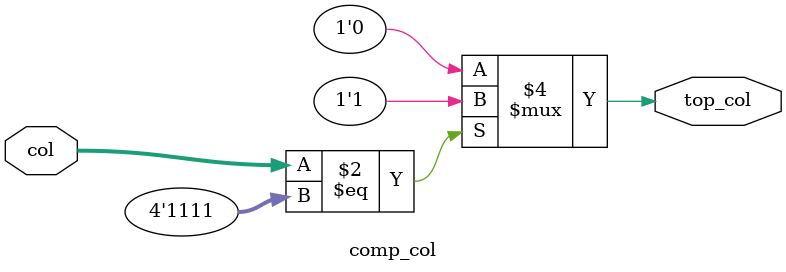
<source format=v>
`timescale 1ns / 1ps
module comp_col(   //comparador de contador de columnas de cada caracter
    input [3:0] col,
    output reg top_col
    );
	 
always @(col) begin
		if (col==4'b1111) top_col <= 1'b1;
		else top_col <= 1'b0;
	end


endmodule

</source>
